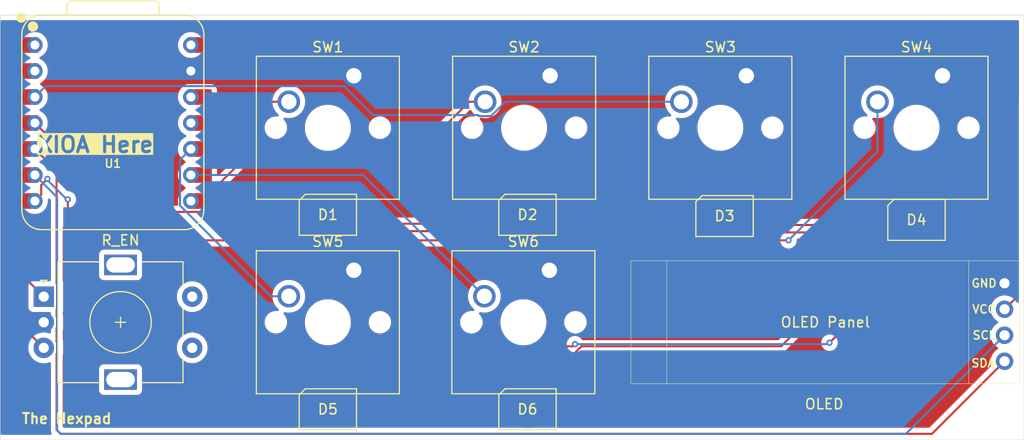
<source format=kicad_pcb>
(kicad_pcb (version 20241229) (generator "pcbnew") (generator_version "9.0")
  (layers (0 "F.Cu" signal) (2 "B.Cu" signal) (13 "F.Paste" user) (15 "B.Paste" user) (5 "F.SilkS" user "F.Silkscreen") (7 "B.SilkS" user "B.Silkscreen") (1 "F.Mask" user) (3 "B.Mask" user) (25 "Edge.Cuts" user))
  (net 0 "")
  (net 1 "Net-(D1-DIN)")
  (net 2 "Net-(D1-VDD)")
  (net 3 "Net-(D1-DOUT)")
  (net 4 "GND")
  (net 5 "Net-(D2-DOUT)")
  (net 6 "Net-(D3-DOUT)")
  (net 7 "Net-(D4-DOUT)")
  (net 8 "Net-(D5-DOUT)")
  (net 10 "Net-(U1-GPIO3{slash}MOSI)")
  (net 11 "Net-(U1-GPIO4{slash}MISO)")
  (net 12 "Net-(U1-GPIO1{slash}RX)")
  (net 13 "Net-(U1-GPIO2{slash}SCK)")
  (net 14 "Net-(U1-GPIO28{slash}ADC2{slash}A2)")
  (net 15 "Net-(U1-GPIO0{slash}TX)")
  (net 16 "+5V")
  (net 17 "Net-(U1-GPIO26{slash}ADC0{slash}A0)")
  (net 18 "Net-(J1-SDA)")
  (net 20 "Net-(J1-SCL)")
  (net 23 "Net-(U1-GPIO27{slash}ADC1{slash}A1)")
  (footprint "LED_SMD:LED_SK6812MINI_PLCC4_3.5x3.5mm_P1.75mm" (layer "F.Cu") (at 142.5 60 180)
    (property "Reference" "D2" (at 0 0 180) (layer "F.SilkS"))
    (property "Value" "SK6812MINI")
    (fp_line (start 2.8 1.4) (end 2.8 -2) (stroke (width 0.12)) (layer "F.SilkS"))
    (fp_line (start 2.8 1.4) (end 2.2 2) (stroke (width 0.12)) (layer "F.SilkS"))
    (fp_line (start -2.8 2) (end 2.2 2) (stroke (width 0.12)) (layer "F.SilkS"))
    (fp_line (start -2.8 -2) (end 2.8 -2) (stroke (width 0.12)) (layer "F.SilkS"))
    (fp_line (start -2.8 -2) (end -2.8 2) (stroke (width 0.12)) (layer "F.SilkS"))
    (pad "1" smd rect (at -1.75 -0.875 180) (size 1.6 0.85) (layers "F.Cu" "F.Mask" "F.Paste") (net 5 "Net-(D2-DOUT)"))
    (pad "2" smd rect (at -1.75 0.875 180) (size 1.6 0.85) (layers "F.Cu" "F.Mask" "F.Paste") (net 4 "GND"))
    (pad "3" smd rect (at 1.75 0.875 180) (size 1.6 0.85) (layers "F.Cu" "F.Mask" "F.Paste") (net 3 "Net-(D1-DOUT)"))
    (pad "4" smd rect (at 1.75 -0.875 180) (size 1.6 0.85) (layers "F.Cu" "F.Mask" "F.Paste") (net 2 "Net-(D1-VDD)"))
  )
  (footprint "Button_Switch_Keyboard:SW_Cherry_MX_1.00u_PCB" (layer "F.Cu") (at 163.88 46.42)
    (property "Reference" "SW3" (at -2.54 -2.794 0) (layer "F.SilkS"))
    (property "Value" "SW_Push")
    (fp_line (start -9.525 -1.905) (end 4.445 -1.905) (stroke (width 0.12)) (layer "F.SilkS"))
    (fp_line (start -9.525 12.065) (end -9.525 -1.905) (stroke (width 0.12)) (layer "F.SilkS"))
    (fp_line (start 4.445 -1.905) (end 4.445 12.065) (stroke (width 0.12)) (layer "F.SilkS"))
    (fp_line (start 4.445 12.065) (end -9.525 12.065) (stroke (width 0.12)) (layer "F.SilkS"))
    (pad "" np_thru_hole circle (at -7.62 5.08) (size 1.7 1.7) (drill 1.7) (layers "*.Cu" "*.Mask"))
    (pad "" np_thru_hole circle (at -2.54 5.08) (size 4 4) (drill 4) (layers "*.Cu" "*.Mask"))
    (pad "" np_thru_hole circle (at 2.54 5.08) (size 1.7 1.7) (drill 1.7) (layers "*.Cu" "*.Mask"))
    (pad "1" thru_hole circle (at 0 0) (size 2.2 2.2) (drill 1.5) (layers "*.Cu" "*.Mask") (net 4 "GND"))
    (pad "2" thru_hole circle (at -6.35 2.54) (size 2.2 2.2) (drill 1.5) (layers "*.Cu" "*.Mask") (net 14 "Net-(U1-GPIO28{slash}ADC2{slash}A2)"))
  )
  (footprint "OLED:SSD1306-0.91-OLED-4pin-128x32" (layer "F.Cu") (at 152.6 64.5)
    (property "Reference" "OLED" (at 18.885 14 180) (layer "F.SilkS"))
    (property "Value" "OLED_128x32")
    (fp_line (start 0 0) (end 0 12) (stroke (width 0.04)) (layer "F.SilkS"))
    (fp_line (start 0 12) (end 38 12) (stroke (width 0.04)) (layer "F.SilkS"))
    (fp_line (start 3.5 0) (end 3.5 12) (stroke (width 0.04)) (layer "F.SilkS"))
    (fp_line (start 33 0) (end 33 12) (stroke (width 0.04)) (layer "F.SilkS"))
    (fp_line (start 38 0) (end 0 0) (stroke (width 0.04)) (layer "F.SilkS"))
    (fp_line (start 38 12) (end 38 0) (stroke (width 0.04)) (layer "F.SilkS"))
    (fp_text user "SDA" (at 34.4 10 180) (layer "F.SilkS") (effects (font (size 0.8 0.8) (thickness 0.15) (bold yes))))
    (fp_text user "VCC" (at 34.5 4.73 180) (layer "F.SilkS") (effects (font (size 0.8 0.8) (thickness 0.15) (bold yes))))
    (fp_text user "SCL" (at 34.5 7.27 180) (layer "F.SilkS") (effects (font (size 0.8 0.8) (thickness 0.15) (bold yes))))
    (fp_text user "OLED Panel" (at 19 6 0) (layer "F.SilkS"))
    (fp_text user "GND" (at 34.5 2.19 180) (layer "F.SilkS") (effects (font (size 0.8 0.8))))
    (pad "1" thru_hole rect (at 36.5 2.19) (size 1.7 1.7) (drill 1) (layers "*.Cu" "*.Mask") (net 4 "GND"))
    (pad "2" thru_hole oval (at 36.5 4.73) (size 1.7 1.7) (drill 1) (layers "*.Cu" "*.Mask") (net 16 "+5V"))
    (pad "3" thru_hole oval (at 36.5 7.27) (size 1.7 1.7) (drill 1) (layers "*.Cu" "*.Mask") (net 20 "Net-(J1-SCL)"))
    (pad "4" thru_hole oval (at 36.5 9.81) (size 1.7 1.7) (drill 1) (layers "*.Cu" "*.Mask") (net 18 "Net-(J1-SDA)"))
  )
  (footprint "Button_Switch_Keyboard:SW_Cherry_MX_1.00u_PCB" (layer "F.Cu") (at 125.54 65.42)
    (property "Reference" "SW5" (at -2.54 -2.794 0) (layer "F.SilkS"))
    (property "Value" "SW_Push")
    (fp_line (start -9.525 -1.905) (end 4.445 -1.905) (stroke (width 0.12)) (layer "F.SilkS"))
    (fp_line (start -9.525 12.065) (end -9.525 -1.905) (stroke (width 0.12)) (layer "F.SilkS"))
    (fp_line (start 4.445 -1.905) (end 4.445 12.065) (stroke (width 0.12)) (layer "F.SilkS"))
    (fp_line (start 4.445 12.065) (end -9.525 12.065) (stroke (width 0.12)) (layer "F.SilkS"))
    (pad "" np_thru_hole circle (at -7.62 5.08) (size 1.7 1.7) (drill 1.7) (layers "*.Cu" "*.Mask"))
    (pad "" np_thru_hole circle (at -2.54 5.08) (size 4 4) (drill 4) (layers "*.Cu" "*.Mask"))
    (pad "" np_thru_hole circle (at 2.54 5.08) (size 1.7 1.7) (drill 1.7) (layers "*.Cu" "*.Mask"))
    (pad "1" thru_hole circle (at 0 0) (size 2.2 2.2) (drill 1.5) (layers "*.Cu" "*.Mask") (net 4 "GND"))
    (pad "2" thru_hole circle (at -6.35 2.54) (size 2.2 2.2) (drill 1.5) (layers "*.Cu" "*.Mask") (net 11 "Net-(U1-GPIO4{slash}MISO)"))
  )
  (footprint "Button_Switch_Keyboard:SW_Cherry_MX_1.00u_PCB" (layer "F.Cu") (at 125.54 46.42)
    (property "Reference" "SW1" (at -2.54 -2.794 0) (layer "F.SilkS"))
    (property "Value" "SW_Push")
    (fp_line (start -9.525 -1.905) (end 4.445 -1.905) (stroke (width 0.12)) (layer "F.SilkS"))
    (fp_line (start -9.525 12.065) (end -9.525 -1.905) (stroke (width 0.12)) (layer "F.SilkS"))
    (fp_line (start 4.445 -1.905) (end 4.445 12.065) (stroke (width 0.12)) (layer "F.SilkS"))
    (fp_line (start 4.445 12.065) (end -9.525 12.065) (stroke (width 0.12)) (layer "F.SilkS"))
    (pad "" np_thru_hole circle (at -7.62 5.08) (size 1.7 1.7) (drill 1.7) (layers "*.Cu" "*.Mask"))
    (pad "" np_thru_hole circle (at -2.54 5.08) (size 4 4) (drill 4) (layers "*.Cu" "*.Mask"))
    (pad "" np_thru_hole circle (at 2.54 5.08) (size 1.7 1.7) (drill 1.7) (layers "*.Cu" "*.Mask"))
    (pad "1" thru_hole circle (at 0 0) (size 2.2 2.2) (drill 1.5) (layers "*.Cu" "*.Mask") (net 4 "GND"))
    (pad "2" thru_hole circle (at -6.35 2.54) (size 2.2 2.2) (drill 1.5) (layers "*.Cu" "*.Mask") (net 10 "Net-(U1-GPIO3{slash}MOSI)"))
  )
  (footprint "LED_SMD:LED_SK6812MINI_PLCC4_3.5x3.5mm_P1.75mm" (layer "F.Cu") (at 142.5 79 180)
    (property "Reference" "D6" (at 0 0 180) (layer "F.SilkS"))
    (property "Value" "SK6812MINI")
    (fp_line (start 2.8 1.4) (end 2.8 -2) (stroke (width 0.12)) (layer "F.SilkS"))
    (fp_line (start 2.8 1.4) (end 2.2 2) (stroke (width 0.12)) (layer "F.SilkS"))
    (fp_line (start -2.8 2) (end 2.2 2) (stroke (width 0.12)) (layer "F.SilkS"))
    (fp_line (start -2.8 -2) (end 2.8 -2) (stroke (width 0.12)) (layer "F.SilkS"))
    (fp_line (start -2.8 -2) (end -2.8 2) (stroke (width 0.12)) (layer "F.SilkS"))
    (pad "1" smd rect (at -1.75 -0.875 180) (size 1.6 0.85) (layers "F.Cu" "F.Mask" "F.Paste"))
    (pad "2" smd rect (at -1.75 0.875 180) (size 1.6 0.85) (layers "F.Cu" "F.Mask" "F.Paste") (net 4 "GND"))
    (pad "3" smd rect (at 1.75 0.875 180) (size 1.6 0.85) (layers "F.Cu" "F.Mask" "F.Paste") (net 8 "Net-(D5-DOUT)"))
    (pad "4" smd rect (at 1.75 -0.875 180) (size 1.6 0.85) (layers "F.Cu" "F.Mask" "F.Paste") (net 2 "Net-(D1-VDD)"))
  )
  (footprint "LED_SMD:LED_SK6812MINI_PLCC4_3.5x3.5mm_P1.75mm" (layer "F.Cu") (at 180.5 60.5 180)
    (property "Reference" "D4" (at 0 0 180) (layer "F.SilkS"))
    (property "Value" "SK6812MINI")
    (fp_line (start 2.8 1.4) (end 2.8 -2) (stroke (width 0.12)) (layer "F.SilkS"))
    (fp_line (start 2.8 1.4) (end 2.2 2) (stroke (width 0.12)) (layer "F.SilkS"))
    (fp_line (start -2.8 2) (end 2.2 2) (stroke (width 0.12)) (layer "F.SilkS"))
    (fp_line (start -2.8 -2) (end 2.8 -2) (stroke (width 0.12)) (layer "F.SilkS"))
    (fp_line (start -2.8 -2) (end -2.8 2) (stroke (width 0.12)) (layer "F.SilkS"))
    (pad "1" smd rect (at -1.75 -0.875 180) (size 1.6 0.85) (layers "F.Cu" "F.Mask" "F.Paste") (net 7 "Net-(D4-DOUT)"))
    (pad "2" smd rect (at -1.75 0.875 180) (size 1.6 0.85) (layers "F.Cu" "F.Mask" "F.Paste") (net 4 "GND"))
    (pad "3" smd rect (at 1.75 0.875 180) (size 1.6 0.85) (layers "F.Cu" "F.Mask" "F.Paste") (net 6 "Net-(D3-DOUT)"))
    (pad "4" smd rect (at 1.75 -0.875 180) (size 1.6 0.85) (layers "F.Cu" "F.Mask" "F.Paste") (net 2 "Net-(D1-VDD)"))
  )
  (footprint "Button_Switch_Keyboard:SW_Cherry_MX_1.00u_PCB" (layer "F.Cu") (at 144.64 65.42)
    (property "Reference" "SW6" (at -2.54 -2.794 0) (layer "F.SilkS"))
    (property "Value" "SW_Push")
    (fp_line (start -9.525 -1.905) (end 4.445 -1.905) (stroke (width 0.12)) (layer "F.SilkS"))
    (fp_line (start -9.525 12.065) (end -9.525 -1.905) (stroke (width 0.12)) (layer "F.SilkS"))
    (fp_line (start 4.445 -1.905) (end 4.445 12.065) (stroke (width 0.12)) (layer "F.SilkS"))
    (fp_line (start 4.445 12.065) (end -9.525 12.065) (stroke (width 0.12)) (layer "F.SilkS"))
    (pad "" np_thru_hole circle (at -7.62 5.08) (size 1.7 1.7) (drill 1.7) (layers "*.Cu" "*.Mask"))
    (pad "" np_thru_hole circle (at -2.54 5.08) (size 4 4) (drill 4) (layers "*.Cu" "*.Mask"))
    (pad "" np_thru_hole circle (at 2.54 5.08) (size 1.7 1.7) (drill 1.7) (layers "*.Cu" "*.Mask"))
    (pad "1" thru_hole circle (at 0 0) (size 2.2 2.2) (drill 1.5) (layers "*.Cu" "*.Mask") (net 4 "GND"))
    (pad "2" thru_hole circle (at -6.35 2.54) (size 2.2 2.2) (drill 1.5) (layers "*.Cu" "*.Mask") (net 13 "Net-(U1-GPIO2{slash}SCK)"))
  )
  (footprint "LED_SMD:LED_SK6812MINI_PLCC4_3.5x3.5mm_P1.75mm" (layer "F.Cu") (at 161.75 60.125 180)
    (property "Reference" "D3" (at 0 0 180) (layer "F.SilkS"))
    (property "Value" "SK6812MINI")
    (fp_line (start 2.8 1.4) (end 2.8 -2) (stroke (width 0.12)) (layer "F.SilkS"))
    (fp_line (start 2.8 1.4) (end 2.2 2) (stroke (width 0.12)) (layer "F.SilkS"))
    (fp_line (start -2.8 2) (end 2.2 2) (stroke (width 0.12)) (layer "F.SilkS"))
    (fp_line (start -2.8 -2) (end 2.8 -2) (stroke (width 0.12)) (layer "F.SilkS"))
    (fp_line (start -2.8 -2) (end -2.8 2) (stroke (width 0.12)) (layer "F.SilkS"))
    (pad "1" smd rect (at -1.75 -0.875 180) (size 1.6 0.85) (layers "F.Cu" "F.Mask" "F.Paste") (net 6 "Net-(D3-DOUT)"))
    (pad "2" smd rect (at -1.75 0.875 180) (size 1.6 0.85) (layers "F.Cu" "F.Mask" "F.Paste") (net 4 "GND"))
    (pad "3" smd rect (at 1.75 0.875 180) (size 1.6 0.85) (layers "F.Cu" "F.Mask" "F.Paste") (net 5 "Net-(D2-DOUT)"))
    (pad "4" smd rect (at 1.75 -0.875 180) (size 1.6 0.85) (layers "F.Cu" "F.Mask" "F.Paste") (net 2 "Net-(D1-VDD)"))
  )
  (footprint "OPL:XIAO-RP2040-DIP" (layer "F.Cu") (at 102 51.036142)
    (property "Reference" "U1" (at 0 3.963858 0) (layer "F.SilkS") (effects (font (size 0.8 0.8) (thickness 0.15) (bold yes))))
    (property "Value" "XIAO-RP2040-DIP")
    (fp_line (start -8.89 8.509) (end -8.89 -8.636) (stroke (width 0.127)) (layer "F.SilkS"))
    (fp_line (start -6.985 10.414) (end 6.985 10.414) (stroke (width 0.127)) (layer "F.SilkS"))
    (fp_line (start -4.495 -10.541) (end -4.491272 -11.451272) (stroke (width 0.127)) (layer "F.SilkS"))
    (fp_line (start -3.991272 -11.951) (end 4.004 -11.951) (stroke (width 0.127)) (layer "F.SilkS"))
    (fp_line (start 4.504 -11.451) (end 4.504 -10.541) (stroke (width 0.127)) (layer "F.SilkS"))
    (fp_line (start 6.985 -10.541) (end -6.985 -10.541) (stroke (width 0.1)) (layer "F.SilkS"))
    (fp_line (start 6.985 -10.541) (end -6.985 -10.541) (stroke (width 0.127)) (layer "F.SilkS"))
    (fp_line (start 8.89 8.509) (end 8.89 -8.636) (stroke (width 0.127)) (layer "F.SilkS"))
    (fp_arc (start -8.89 -8.636) (mid -8.332038 -9.983038) (end -6.985 -10.541) (stroke (width 0.127)) (layer "F.SilkS"))
    (fp_arc (start -6.985 10.414) (mid -8.332038 9.856038) (end -8.89 8.509) (stroke (width 0.127)) (layer "F.SilkS"))
    (fp_arc (start -4.491272 -11.451272) (mid -4.344728 -11.80464) (end -3.991272 -11.951) (stroke (width 0.127)) (layer "F.SilkS"))
    (fp_arc (start 4.004 -11.951) (mid 4.357553 -11.804553) (end 4.504 -11.451) (stroke (width 0.127)) (layer "F.SilkS"))
    (fp_arc (start 6.985 -10.541) (mid 8.332038 -9.983038) (end 8.89 -8.636) (stroke (width 0.127)) (layer "F.SilkS"))
    (fp_arc (start 8.89 8.509) (mid 8.332038 9.856038) (end 6.985 10.414) (stroke (width 0.127)) (layer "F.SilkS"))
    (fp_circle (center -8.95 -10.3) (end -8.95 -10.554) (stroke (width 0.5)) (fill yes) (layer "F.SilkS"))
    (fp_circle (center -7.807 -9.42) (end -7.807 -9.674) (stroke (width 0.5)) (fill yes) (layer "F.SilkS"))
    (pad "1" smd roundrect (at -8.455 -7.62 180) (size 2.432 1.524) (layers "F.Cu" "F.Mask") (roundrect_rratio 0.1) (net 17 "Net-(U1-GPIO26{slash}ADC0{slash}A0)"))
    (pad "1" thru_hole circle (at -7.62 -7.62 180) (size 1.524 1.524) (drill 0.889) (layers "*.Cu" "*.Mask") (net 17 "Net-(U1-GPIO26{slash}ADC0{slash}A0)"))
    (pad "2" smd roundrect (at -8.455 -5.08 180) (size 2.432 1.524) (layers "F.Cu" "F.Mask") (roundrect_rratio 0.1) (net 23 "Net-(U1-GPIO27{slash}ADC1{slash}A1)"))
    (pad "2" thru_hole circle (at -7.62 -5.08 180) (size 1.524 1.524) (drill 0.889) (layers "*.Cu" "*.Mask") (net 23 "Net-(U1-GPIO27{slash}ADC1{slash}A1)"))
    (pad "3" smd roundrect (at -8.455 -2.54 180) (size 2.432 1.524) (layers "F.Cu" "F.Mask") (roundrect_rratio 0.1) (net 14 "Net-(U1-GPIO28{slash}ADC2{slash}A2)"))
    (pad "3" thru_hole circle (at -7.62 -2.54 180) (size 1.524 1.524) (drill 0.889) (layers "*.Cu" "*.Mask") (net 14 "Net-(U1-GPIO28{slash}ADC2{slash}A2)"))
    (pad "4" smd roundrect (at -8.455 0 180) (size 2.432 1.524) (layers "F.Cu" "F.Mask") (roundrect_rratio 0.1) (net 1 "Net-(D1-DIN)"))
    (pad "4" thru_hole circle (at -7.62 0 180) (size 1.524 1.524) (drill 0.889) (layers "*.Cu" "*.Mask") (net 1 "Net-(D1-DIN)"))
    (pad "5" smd roundrect (at -8.455 2.54 180) (size 2.432 1.524) (layers "F.Cu" "F.Mask") (roundrect_rratio 0.1) (net 18 "Net-(J1-SDA)"))
    (pad "5" thru_hole circle (at -7.62 2.54 180) (size 1.524 1.524) (drill 0.889) (layers "*.Cu" "*.Mask") (net 18 "Net-(J1-SDA)"))
    (pad "6" smd roundrect (at -8.455 5.08 180) (size 2.432 1.524) (layers "F.Cu" "F.Mask") (roundrect_rratio 0.1) (net 20 "Net-(J1-SCL)"))
    (pad "6" thru_hole circle (at -7.62 5.08 180) (size 1.524 1.524) (drill 0.889) (layers "*.Cu" "*.Mask") (net 20 "Net-(J1-SCL)"))
    (pad "7" smd roundrect (at -8.455 7.62 180) (size 2.432 1.524) (layers "F.Cu" "F.Mask") (roundrect_rratio 0.1) (net 15 "Net-(U1-GPIO0{slash}TX)"))
    (pad "7" thru_hole circle (at -7.62 7.62 180) (size 1.524 1.524) (drill 0.889) (layers "*.Cu" "*.Mask") (net 15 "Net-(U1-GPIO0{slash}TX)"))
    (pad "8" thru_hole circle (at 7.62 7.62) (size 1.524 1.524) (drill 0.889) (layers "*.Cu" "*.Mask") (net 12 "Net-(U1-GPIO1{slash}RX)"))
    (pad "8" smd roundrect (at 8.455 7.62) (size 2.432 1.524) (layers "F.Cu" "F.Mask") (roundrect_rratio 0.1) (net 12 "Net-(U1-GPIO1{slash}RX)"))
    (pad "9" thru_hole circle (at 7.62 5.08) (size 1.524 1.524) (drill 0.889) (layers "*.Cu" "*.Mask") (net 13 "Net-(U1-GPIO2{slash}SCK)"))
    (pad "9" smd roundrect (at 8.455 5.08) (size 2.432 1.524) (layers "F.Cu" "F.Mask") (roundrect_rratio 0.1) (net 13 "Net-(U1-GPIO2{slash}SCK)"))
    (pad "10" thru_hole circle (at 7.62 2.54) (size 1.524 1.524) (drill 0.889) (layers "*.Cu" "*.Mask") (net 11 "Net-(U1-GPIO4{slash}MISO)"))
    (pad "10" smd roundrect (at 8.455 2.54) (size 2.432 1.524) (layers "F.Cu" "F.Mask") (roundrect_rratio 0.1) (net 11 "Net-(U1-GPIO4{slash}MISO)"))
    (pad "11" thru_hole circle (at 7.62 0) (size 1.524 1.524) (drill 0.889) (layers "*.Cu" "*.Mask") (net 10 "Net-(U1-GPIO3{slash}MOSI)"))
    (pad "11" smd roundrect (at 8.455 0) (size 2.432 1.524) (layers "F.Cu" "F.Mask") (roundrect_rratio 0.1) (net 10 "Net-(U1-GPIO3{slash}MOSI)"))
    (pad "12" thru_hole circle (at 7.62 -2.54) (size 1.524 1.524) (drill 0.889) (layers "*.Cu" "*.Mask"))
    (pad "12" smd roundrect (at 8.455 -2.54) (size 2.432 1.524) (layers "F.Cu" "F.Mask") (roundrect_rratio 0.1))
    (pad "13" thru_hole circle (at 7.62 -5.08) (size 1.524 1.524) (drill 0.889) (layers "*.Cu" "*.Mask") (net 4 "GND"))
    (pad "13" smd roundrect (at 8.455 -5.08) (size 2.432 1.524) (layers "F.Cu" "F.Mask") (roundrect_rratio 0.1) (net 4 "GND"))
    (pad "14" thru_hole circle (at 7.62 -7.62) (size 1.524 1.524) (drill 0.889) (layers "*.Cu" "*.Mask") (net 16 "+5V"))
    (pad "14" smd roundrect (at 8.455 -7.62) (size 2.432 1.524) (layers "F.Cu" "F.Mask") (roundrect_rratio 0.1) (net 16 "+5V"))
  )
  (footprint "Button_Switch_Keyboard:SW_Cherry_MX_1.00u_PCB" (layer "F.Cu") (at 183.04 46.42)
    (property "Reference" "SW4" (at -2.54 -2.794 0) (layer "F.SilkS"))
    (property "Value" "SW_Push")
    (fp_line (start -9.525 -1.905) (end 4.445 -1.905) (stroke (width 0.12)) (layer "F.SilkS"))
    (fp_line (start -9.525 12.065) (end -9.525 -1.905) (stroke (width 0.12)) (layer "F.SilkS"))
    (fp_line (start 4.445 -1.905) (end 4.445 12.065) (stroke (width 0.12)) (layer "F.SilkS"))
    (fp_line (start 4.445 12.065) (end -9.525 12.065) (stroke (width 0.12)) (layer "F.SilkS"))
    (pad "" np_thru_hole circle (at -7.62 5.08) (size 1.7 1.7) (drill 1.7) (layers "*.Cu" "*.Mask"))
    (pad "" np_thru_hole circle (at -2.54 5.08) (size 4 4) (drill 4) (layers "*.Cu" "*.Mask"))
    (pad "" np_thru_hole circle (at 2.54 5.08) (size 1.7 1.7) (drill 1.7) (layers "*.Cu" "*.Mask"))
    (pad "1" thru_hole circle (at 0 0) (size 2.2 2.2) (drill 1.5) (layers "*.Cu" "*.Mask") (net 4 "GND"))
    (pad "2" thru_hole circle (at -6.35 2.54) (size 2.2 2.2) (drill 1.5) (layers "*.Cu" "*.Mask") (net 15 "Net-(U1-GPIO0{slash}TX)"))
  )
  (footprint "Rotary Encoders:RotaryEncoder_Alps_EC11E-Switch_Vertical_H20mm" (layer "F.Cu") (at 95.25 68)
    (property "Reference" "R_EN" (at 7.5 -5.5 0) (layer "F.SilkS"))
    (property "Value" "RotaryEncoder_Switch")
    (fp_line (start -0.3 -1.6) (end 0.3 -1.6) (stroke (width 0.12)) (layer "F.SilkS"))
    (fp_line (start 0 -1.3) (end -0.3 -1.6) (stroke (width 0.12)) (layer "F.SilkS"))
    (fp_line (start 0.3 -1.6) (end 0 -1.3) (stroke (width 0.12)) (layer "F.SilkS"))
    (fp_line (start 1.4 -3.4) (end 1.4 8.4) (stroke (width 0.12)) (layer "F.SilkS"))
    (fp_line (start 5.5 -3.4) (end 1.4 -3.4) (stroke (width 0.12)) (layer "F.SilkS"))
    (fp_line (start 5.5 8.4) (end 1.4 8.4) (stroke (width 0.12)) (layer "F.SilkS"))
    (fp_line (start 7 2.5) (end 8 2.5) (stroke (width 0.12)) (layer "F.SilkS"))
    (fp_line (start 7.5 2) (end 7.5 3) (stroke (width 0.12)) (layer "F.SilkS"))
    (fp_line (start 9.5 -3.4) (end 13.6 -3.4) (stroke (width 0.12)) (layer "F.SilkS"))
    (fp_line (start 13.6 -3.4) (end 13.6 -1) (stroke (width 0.12)) (layer "F.SilkS"))
    (fp_line (start 13.6 1.2) (end 13.6 3.8) (stroke (width 0.12)) (layer "F.SilkS"))
    (fp_line (start 13.6 6) (end 13.6 8.4) (stroke (width 0.12)) (layer "F.SilkS"))
    (fp_line (start 13.6 8.4) (end 9.5 8.4) (stroke (width 0.12)) (layer "F.SilkS"))
    (fp_circle (center 7.5 2.5) (end 10.5 2.5) (stroke (width 0.12)) (fill no) (layer "F.SilkS"))
    (pad "A" thru_hole rect (at 0 0) (size 2 2) (drill 1) (layers "*.Cu" "*.Mask") (net 23 "Net-(U1-GPIO27{slash}ADC1{slash}A1)"))
    (pad "B" thru_hole circle (at 0 5) (size 2 2) (drill 1) (layers "*.Cu" "*.Mask") (net 17 "Net-(U1-GPIO26{slash}ADC0{slash}A0)"))
    (pad "C" thru_hole circle (at 0 2.5) (size 2 2) (drill 1) (layers "*.Cu" "*.Mask") (net 4 "GND"))
    (pad "MP" thru_hole rect (at 7.5 -3.1) (size 3.2 2) (drill oval 2.8 1.5) (layers "*.Cu" "*.Mask"))
    (pad "MP" thru_hole rect (at 7.5 8.1) (size 3.2 2) (drill oval 2.8 1.5) (layers "*.Cu" "*.Mask"))
    (pad "S1" thru_hole circle (at 14.5 5) (size 2 2) (drill 1) (layers "*.Cu" "*.Mask"))
    (pad "S2" thru_hole circle (at 14.5 0) (size 2 2) (drill 1) (layers "*.Cu" "*.Mask"))
  )
  (footprint "LED_SMD:LED_SK6812MINI_PLCC4_3.5x3.5mm_P1.75mm" (layer "F.Cu") (at 123 79 180)
    (property "Reference" "D5" (at 0 0 180) (layer "F.SilkS"))
    (property "Value" "SK6812MINI")
    (fp_line (start 2.8 1.4) (end 2.8 -2) (stroke (width 0.12)) (layer "F.SilkS"))
    (fp_line (start 2.8 1.4) (end 2.2 2) (stroke (width 0.12)) (layer "F.SilkS"))
    (fp_line (start -2.8 2) (end 2.2 2) (stroke (width 0.12)) (layer "F.SilkS"))
    (fp_line (start -2.8 -2) (end 2.8 -2) (stroke (width 0.12)) (layer "F.SilkS"))
    (fp_line (start -2.8 -2) (end -2.8 2) (stroke (width 0.12)) (layer "F.SilkS"))
    (pad "1" smd rect (at -1.75 -0.875 180) (size 1.6 0.85) (layers "F.Cu" "F.Mask" "F.Paste") (net 8 "Net-(D5-DOUT)"))
    (pad "2" smd rect (at -1.75 0.875 180) (size 1.6 0.85) (layers "F.Cu" "F.Mask" "F.Paste") (net 4 "GND"))
    (pad "3" smd rect (at 1.75 0.875 180) (size 1.6 0.85) (layers "F.Cu" "F.Mask" "F.Paste") (net 7 "Net-(D4-DOUT)"))
    (pad "4" smd rect (at 1.75 -0.875 180) (size 1.6 0.85) (layers "F.Cu" "F.Mask" "F.Paste") (net 2 "Net-(D1-VDD)"))
  )
  (footprint "LED_SMD:LED_SK6812MINI_PLCC4_3.5x3.5mm_P1.75mm" (layer "F.Cu") (at 123 60 180)
    (property "Reference" "D1" (at 0 0 180) (layer "F.SilkS"))
    (property "Value" "SK6812MINI")
    (fp_line (start 2.8 1.4) (end 2.8 -2) (stroke (width 0.12)) (layer "F.SilkS"))
    (fp_line (start 2.8 1.4) (end 2.2 2) (stroke (width 0.12)) (layer "F.SilkS"))
    (fp_line (start -2.8 2) (end 2.2 2) (stroke (width 0.12)) (layer "F.SilkS"))
    (fp_line (start -2.8 -2) (end 2.8 -2) (stroke (width 0.12)) (layer "F.SilkS"))
    (fp_line (start -2.8 -2) (end -2.8 2) (stroke (width 0.12)) (layer "F.SilkS"))
    (pad "1" smd rect (at -1.75 -0.875 180) (size 1.6 0.85) (layers "F.Cu" "F.Mask" "F.Paste") (net 3 "Net-(D1-DOUT)"))
    (pad "2" smd rect (at -1.75 0.875 180) (size 1.6 0.85) (layers "F.Cu" "F.Mask" "F.Paste") (net 4 "GND"))
    (pad "3" smd rect (at 1.75 0.875 180) (size 1.6 0.85) (layers "F.Cu" "F.Mask" "F.Paste") (net 1 "Net-(D1-DIN)"))
    (pad "4" smd rect (at 1.75 -0.875 180) (size 1.6 0.85) (layers "F.Cu" "F.Mask" "F.Paste") (net 2 "Net-(D1-VDD)"))
  )
  (footprint "Button_Switch_Keyboard:SW_Cherry_MX_1.00u_PCB" (layer "F.Cu") (at 144.71 46.42)
    (property "Reference" "SW2" (at -2.54 -2.794 0) (layer "F.SilkS"))
    (property "Value" "SW_Push")
    (fp_line (start -9.525 -1.905) (end 4.445 -1.905) (stroke (width 0.12)) (layer "F.SilkS"))
    (fp_line (start -9.525 12.065) (end -9.525 -1.905) (stroke (width 0.12)) (layer "F.SilkS"))
    (fp_line (start 4.445 -1.905) (end 4.445 12.065) (stroke (width 0.12)) (layer "F.SilkS"))
    (fp_line (start 4.445 12.065) (end -9.525 12.065) (stroke (width 0.12)) (layer "F.SilkS"))
    (pad "" np_thru_hole circle (at -7.62 5.08) (size 1.7 1.7) (drill 1.7) (layers "*.Cu" "*.Mask"))
    (pad "" np_thru_hole circle (at -2.54 5.08) (size 4 4) (drill 4) (layers "*.Cu" "*.Mask"))
    (pad "" np_thru_hole circle (at 2.54 5.08) (size 1.7 1.7) (drill 1.7) (layers "*.Cu" "*.Mask"))
    (pad "1" thru_hole circle (at 0 0) (size 2.2 2.2) (drill 1.5) (layers "*.Cu" "*.Mask") (net 4 "GND"))
    (pad "2" thru_hole circle (at -6.35 2.54) (size 2.2 2.2) (drill 1.5) (layers "*.Cu" "*.Mask") (net 12 "Net-(U1-GPIO1{slash}RX)"))
  )
  (gr_rect (start 91 40.5) (end 191 82) (stroke (width 0.05)) (fill no) (layer "Edge.Cuts"))
  (gr_text "The Hexpad" (at 93 80.5 0) (layer "F.SilkS") (effects (font (size 1 1) (thickness 0.2) (bold yes)) (justify left bottom)))
  (gr_text "XIOA Here" (at 94.5 54.036142 0) (layer "F.SilkS" knockout) (effects (font (size 1.5 1.5) (thickness 0.3) (bold yes)) (justify left bottom)))
  (segment (start 120.655858 59.719142) (end 103.063 59.719142) (width 0.2) (layer "F.Cu") (net 1))
  (segment (start 121.25 59.125) (end 120.655858 59.719142) (width 0.2) (layer "F.Cu") (net 1))
  (segment (start 103.063 59.719142) (end 94.38 51.036142) (width 0.2) (layer "F.Cu") (net 1))
  (segment (start 167.274 72.851) (end 147.774 72.851) (width 0.2) (layer "F.Cu") (net 2))
  (segment (start 178.399 61.726) (end 178.75 61.375) (width 0.2) (layer "F.Cu") (net 2))
  (segment (start 159.399 61.601) (end 160 61) (width 0.2) (layer "F.Cu") (net 2))
  (segment (start 160.726 61.726) (end 178.399 61.726) (width 0.2) (layer "F.Cu") (net 2))
  (segment (start 141.476 61.601) (end 159.399 61.601) (width 0.2) (layer "F.Cu") (net 2))
  (segment (start 121.25 60.875) (end 121.976 61.601) (width 0.2) (layer "F.Cu") (net 2))
  (segment (start 160 61) (end 160.726 61.726) (width 0.2) (layer "F.Cu") (net 2))
  (segment (start 140.024 80.601) (end 121.976 80.601) (width 0.2) (layer "F.Cu") (net 2))
  (segment (start 140.75 60.875) (end 141.476 61.601) (width 0.2) (layer "F.Cu") (net 2))
  (segment (start 147.774 72.851) (end 140.75 79.875) (width 0.2) (layer "F.Cu") (net 2))
  (segment (start 121.976 61.601) (end 140.024 61.601) (width 0.2) (layer "F.Cu") (net 2))
  (segment (start 140.75 79.875) (end 140.024 80.601) (width 0.2) (layer "F.Cu") (net 2))
  (segment (start 140.024 61.601) (end 140.75 60.875) (width 0.2) (layer "F.Cu") (net 2))
  (segment (start 178.75 61.375) (end 167.274 72.851) (width 0.2) (layer "F.Cu") (net 2))
  (segment (start 121.976 80.601) (end 121.25 79.875) (width 0.2) (layer "F.Cu") (net 2))
  (segment (start 124.75 60.875) (end 139 60.875) (width 0.2) (layer "F.Cu") (net 3))
  (segment (start 139 60.875) (end 140.75 59.125) (width 0.2) (layer "F.Cu") (net 3))
  (segment (start 119.5 70.675184) (end 124.755184 65.42) (width 0.2) (layer "F.Cu") (net 4))
  (segment (start 124.024 78.851) (end 119.851 78.851) (width 0.2) (layer "F.Cu") (net 4))
  (segment (start 124.75 78.125) (end 124.024 78.851) (width 0.2) (layer "F.Cu") (net 4))
  (segment (start 144.25 78.125) (end 144.375 78) (width 0.2) (layer "F.Cu") (net 4))
  (segment (start 119.5 78.5) (end 119.5 70.675184) (width 0.2) (layer "F.Cu") (net 4))
  (segment (start 119.851 78.851) (end 119.5 78.5) (width 0.2) (layer "F.Cu") (net 4))
  (segment (start 124.755184 65.42) (end 125.54 65.42) (width 0.2) (layer "F.Cu") (net 4))
  (segment (start 158.375 60.875) (end 160 59.25) (width 0.2) (layer "F.Cu") (net 5))
  (segment (start 144.25 60.875) (end 158.375 60.875) (width 0.2) (layer "F.Cu") (net 5))
  (segment (start 163.5 61) (end 177.375 61) (width 0.2) (layer "F.Cu") (net 6))
  (segment (start 177.375 61) (end 178.75 59.625) (width 0.2) (layer "F.Cu") (net 6))
  (segment (start 121.25 78.125) (end 126.524 72.851) (width 0.2) (layer "F.Cu") (net 7))
  (segment (start 126.524 72.851) (end 146.92547 72.851) (width 0.2) (layer "F.Cu") (net 7))
  (segment (start 146.92547 72.851) (end 147.138235 72.638235) (width 0.2) (layer "F.Cu") (net 7))
  (segment (start 182.25 62.25) (end 182.25 61.375) (width 0.2) (layer "F.Cu") (net 7))
  (segment (start 172 72.5) (end 182.25 62.25) (width 0.2) (layer "F.Cu") (net 7))
  (via (at 172 72.5) (size 0.6) (drill 0.3) (layers "F.Cu" "B.Cu") (net 7))
  (via (at 147.138235 72.638235) (size 0.6) (drill 0.3) (layers "F.Cu" "B.Cu") (net 7))
  (segment (start 147.138235 72.638235) (end 171.861765 72.638235) (width 0.2) (layer "B.Cu") (net 7))
  (segment (start 171.861765 72.638235) (end 172 72.5) (width 0.2) (layer "B.Cu") (net 7))
  (segment (start 126.5 78.125) (end 124.75 79.875) (width 0.2) (layer "F.Cu") (net 8))
  (segment (start 140.75 78.125) (end 126.5 78.125) (width 0.2) (layer "F.Cu") (net 8))
  (segment (start 109.62 51.036142) (end 110.69763 51.036142) (width 0.2) (layer "F.Cu") (net 10))
  (segment (start 112.773772 48.96) (end 119.19 48.96) (width 0.2) (layer "F.Cu") (net 10))
  (segment (start 110.69763 51.036142) (end 112.773772 48.96) (width 0.2) (layer "F.Cu") (net 10))
  (segment (start 108.557 54.639142) (end 108.557 59.096452) (width 0.2) (layer "B.Cu") (net 11))
  (segment (start 117.420548 67.96) (end 119.19 67.96) (width 0.2) (layer "B.Cu") (net 11))
  (segment (start 108.557 59.096452) (end 117.420548 67.96) (width 0.2) (layer "B.Cu") (net 11))
  (segment (start 109.62 53.576142) (end 108.557 54.639142) (width 0.2) (layer "B.Cu") (net 11))
  (segment (start 109.62 58.656142) (end 110.69763 58.656142) (width 0.2) (layer "F.Cu") (net 12))
  (segment (start 136.804366 48.96) (end 138.36 48.96) (width 0.2) (layer "F.Cu") (net 12))
  (segment (start 110.69763 58.656142) (end 115.353772 54) (width 0.2) (layer "F.Cu") (net 12))
  (segment (start 131.764366 54) (end 136.804366 48.96) (width 0.2) (layer "F.Cu") (net 12))
  (segment (start 115.353772 54) (end 131.764366 54) (width 0.2) (layer "F.Cu") (net 12))
  (segment (start 126.446142 56.116142) (end 138.29 67.96) (width 0.2) (layer "B.Cu") (net 13))
  (segment (start 109.62 56.116142) (end 126.446142 56.116142) (width 0.2) (layer "B.Cu") (net 13))
  (segment (start 124.571828 47.433142) (end 127.400935 50.262249) (width 0.2) (layer "B.Cu") (net 14))
  (segment (start 137.779686 50.361) (end 138.940314 50.361) (width 0.2) (layer "B.Cu") (net 14))
  (segment (start 127.400935 50.262249) (end 137.680935 50.262249) (width 0.2) (layer "B.Cu") (net 14))
  (segment (start 138.940314 50.361) (end 140.341314 48.96) (width 0.2) (layer "B.Cu") (net 14))
  (segment (start 95.443 47.433142) (end 124.571828 47.433142) (width 0.2) (layer "B.Cu") (net 14))
  (segment (start 137.680935 50.262249) (end 137.779686 50.361) (width 0.2) (layer "B.Cu") (net 14))
  (segment (start 140.341314 48.96) (end 157.53 48.96) (width 0.2) (layer "B.Cu") (net 14))
  (segment (start 94.38 48.496142) (end 95.443 47.433142) (width 0.2) (layer "B.Cu") (net 14))
  (segment (start 95.605763 56.493375) (end 95 57.099138) (width 0.2) (layer "F.Cu") (net 15))
  (segment (start 97.6 58.5) (end 97.6 60.6) (width 0.2) (layer "F.Cu") (net 15))
  (segment (start 97.6 60.6) (end 99.5 62.5) (width 0.2) (layer "F.Cu") (net 15))
  (segment (start 95 57.099138) (end 95 58.036142) (width 0.2) (layer "F.Cu") (net 15))
  (segment (start 99.5 62.5) (end 168 62.5) (width 0.2) (layer "F.Cu") (net 15))
  (segment (start 95 58.036142) (end 94.38 58.656142) (width 0.2) (layer "F.Cu") (net 15))
  (via (at 97.6 58.5) (size 0.6) (drill 0.3) (layers "F.Cu" "B.Cu") (net 15))
  (via (at 95.605763 56.493375) (size 0.6) (drill 0.3) (layers "F.Cu" "B.Cu") (net 15))
  (via (at 168 62.5) (size 0.6) (drill 0.3) (layers "F.Cu" "B.Cu") (net 15))
  (segment (start 168 62.5) (end 176.69 53.81) (width 0.2) (layer "B.Cu") (net 15))
  (segment (start 176.69 53.81) (end 176.69 48.96) (width 0.2) (layer "B.Cu") (net 15))
  (segment (start 95.605763 56.605763) (end 97.5 58.5) (width 0.2) (layer "B.Cu") (net 15))
  (segment (start 95.605763 56.493375) (end 95.605763 56.605763) (width 0.2) (layer "B.Cu") (net 15))
  (segment (start 97.5 58.5) (end 97.6 58.5) (width 0.2) (layer "B.Cu") (net 15))
  (segment (start 190.251 68.079) (end 189.1 69.23) (width 0.2) (layer "F.Cu") (net 16))
  (segment (start 109.62 43.416142) (end 183.815142 43.416142) (width 0.2) (layer "F.Cu") (net 16))
  (segment (start 190.251 49.852) (end 190.251 68.079) (width 0.2) (layer "F.Cu") (net 16))
  (segment (start 183.815142 43.416142) (end 190.251 49.852) (width 0.2) (layer "F.Cu") (net 16))
  (segment (start 91.601 69.351) (end 95.25 73) (width 0.2) (layer "F.Cu") (net 17))
  (segment (start 91.601 45.117512) (end 91.601 69.351) (width 0.2) (layer "F.Cu") (net 17))
  (segment (start 94.38 43.416142) (end 93.30237 43.416142) (width 0.2) (layer "F.Cu") (net 17))
  (segment (start 93.30237 43.416142) (end 91.601 45.117512) (width 0.2) (layer "F.Cu") (net 17))
  (segment (start 96.5 81) (end 96.899 81.399) (width 0.2) (layer "F.Cu") (net 18))
  (segment (start 96.5 66.699) (end 96.551 66.699) (width 0.2) (layer "F.Cu") (net 18))
  (segment (start 94.38 53.576142) (end 96.5 55.696142) (width 0.2) (layer "F.Cu") (net 18))
  (segment (start 96.5 55.696142) (end 96.5 66.699) (width 0.2) (layer "F.Cu") (net 18))
  (segment (start 96.5 71.089892) (end 96.5 72.410108) (width 0.2) (layer "F.Cu") (net 18))
  (segment (start 96.551 73.538892) (end 96.5 73.589892) (width 0.2) (layer "F.Cu") (net 18))
  (segment (start 96.551 71.038892) (end 96.5 71.089892) (width 0.2) (layer "F.Cu") (net 18))
  (segment (start 96.5 72.410108) (end 96.551 72.461108) (width 0.2) (layer "F.Cu") (net 18))
  (segment (start 96.5 69.910108) (end 96.551 69.961108) (width 0.2) (layer "F.Cu") (net 18))
  (segment (start 96.551 66.699) (end 96.551 69.301) (width 0.2) (layer "F.Cu") (net 18))
  (segment (start 182.011 81.399) (end 189.1 74.31) (width 0.2) (layer "F.Cu") (net 18))
  (segment (start 96.551 72.461108) (end 96.551 73.538892) (width 0.2) (layer "F.Cu") (net 18))
  (segment (start 96.551 69.961108) (end 96.551 71.038892) (width 0.2) (layer "F.Cu") (net 18))
  (segment (start 96.551 69.301) (end 96.5 69.301) (width 0.2) (layer "F.Cu") (net 18))
  (segment (start 96.899 81.399) (end 182.011 81.399) (width 0.2) (layer "F.Cu") (net 18))
  (segment (start 96.5 69.301) (end 96.5 69.910108) (width 0.2) (layer "F.Cu") (net 18))
  (segment (start 96.5 73.589892) (end 96.5 81) (width 0.2) (layer "F.Cu") (net 18))
  (segment (start 96.899 81.399) (end 179.471 81.399) (width 0.2) (layer "B.Cu") (net 20))
  (segment (start 96.551 58.287142) (end 96.551 81.051) (width 0.2) (layer "B.Cu") (net 20))
  (segment (start 94.38 56.116142) (end 96.551 58.287142) (width 0.2) (layer "B.Cu") (net 20))
  (segment (start 96.551 81.051) (end 96.899 81.399) (width 0.2) (layer "B.Cu") (net 20))
  (segment (start 179.471 81.399) (end 189.1 71.77) (width 0.2) (layer "B.Cu") (net 20))
  (segment (start 92.5 47.433142) (end 92.289374 47.433142) (width 0.2) (layer "F.Cu") (net 23))
  (segment (start 92.289374 49.973142) (end 92.028 50.234516) (width 0.2) (layer "F.Cu") (net 23))
  (segment (start 92.5 52.099142) (end 92.5 52.513142) (width 0.2) (layer "F.Cu") (net 23))
  (segment (start 92.289374 49.559142) (end 92.5 49.559142) (width 0.2) (layer "F.Cu") (net 23))
  (segment (start 92.5 54.639142) (end 92.5 55.053142) (width 0.2) (layer "F.Cu") (net 23))
  (segment (start 92.5 52.513142) (end 92.289374 52.513142) (width 0.2) (layer "F.Cu") (net 23))
  (segment (start 92.5 49.559142) (end 92.5 49.973142) (width 0.2) (layer "F.Cu") (net 23))
  (segment (start 92.5 65.25) (end 95.25 68) (width 0.2) (layer "F.Cu") (net 23))
  (segment (start 94.38 45.956142) (end 93.30237 45.956142) (width 0.2) (layer "F.Cu") (net 23))
  (segment (start 92.5 57.179142) (end 92.5 57.593142) (width 0.2) (layer "F.Cu") (net 23))
  (segment (start 92.289374 47.433142) (end 92.028 47.694516) (width 0.2) (layer "F.Cu") (net 23))
  (segment (start 92.289374 57.179142) (end 92.5 57.179142) (width 0.2) (layer "F.Cu") (net 23))
  (segment (start 92.289374 52.099142) (end 92.5 52.099142) (width 0.2) (layer "F.Cu") (net 23))
  (segment (start 92.028 57.854516) (end 92.028 59.457768) (width 0.2) (layer "F.Cu") (net 23))
  (segment (start 92.028 49.297768) (end 92.289374 49.559142) (width 0.2) (layer "F.Cu") (net 23))
  (segment (start 92.028 54.377768) (end 92.289374 54.639142) (width 0.2) (layer "F.Cu") (net 23))
  (segment (start 92.028 55.314516) (end 92.028 56.917768) (width 0.2) (layer "F.Cu") (net 23))
  (segment (start 92.028 51.837768) (end 92.289374 52.099142) (width 0.2) (layer "F.Cu") (net 23))
  (segment (start 92.028 59.457768) (end 92.289374 59.719142) (width 0.2) (layer "F.Cu") (net 23))
  (segment (start 92.289374 59.719142) (end 92.5 59.719142) (width 0.2) (layer "F.Cu") (net 23))
  (segment (start 93.30237 45.956142) (end 92.5 46.758512) (width 0.2) (layer "F.Cu") (net 23))
  (segment (start 92.028 52.774516) (end 92.028 54.377768) (width 0.2) (layer "F.Cu") (net 23))
  (segment (start 92.028 47.694516) (end 92.028 49.297768) (width 0.2) (layer "F.Cu") (net 23))
  (segment (start 92.028 56.917768) (end 92.289374 57.179142) (width 0.2) (layer "F.Cu") (net 23))
  (segment (start 92.5 59.719142) (end 92.5 65.25) (width 0.2) (layer "F.Cu") (net 23))
  (segment (start 92.5 55.053142) (end 92.289374 55.053142) (width 0.2) (layer "F.Cu") (net 23))
  (segment (start 92.289374 57.593142) (end 92.028 57.854516) (width 0.2) (layer "F.Cu") (net 23))
  (segment (start 92.289374 55.053142) (end 92.028 55.314516) (width 0.2) (layer "F.Cu") (net 23))
  (segment (start 92.289374 52.513142) (end 92.028 52.774516) (width 0.2) (layer "F.Cu") (net 23))
  (segment (start 92.5 46.758512) (end 92.5 47.433142) (width 0.2) (layer "F.Cu") (net 23))
  (segment (start 92.289374 54.639142) (end 92.5 54.639142) (width 0.2) (layer "F.Cu") (net 23))
  (segment (start 92.5 49.973142) (end 92.289374 49.973142) (width 0.2) (layer "F.Cu") (net 23))
  (segment (start 92.028 50.234516) (end 92.028 51.837768) (width 0.2) (layer "F.Cu") (net 23))
  (segment (start 92.5 57.593142) (end 92.289374 57.593142) (width 0.2) (layer "F.Cu") (net 23))
  (zone (net 4) (net_name "GND") (layers "F.Cu" "B.Cu") (connect_pads yes (clearance 0.5)) (min_thickness 0.25) (fill yes (thermal_gap 0.5) (thermal_bridge_width 0.5))
    (polygon (pts (xy 91 40.5) (xy 191 40.5) (xy 191 82) (xy 91 82)))
  )
)
</source>
